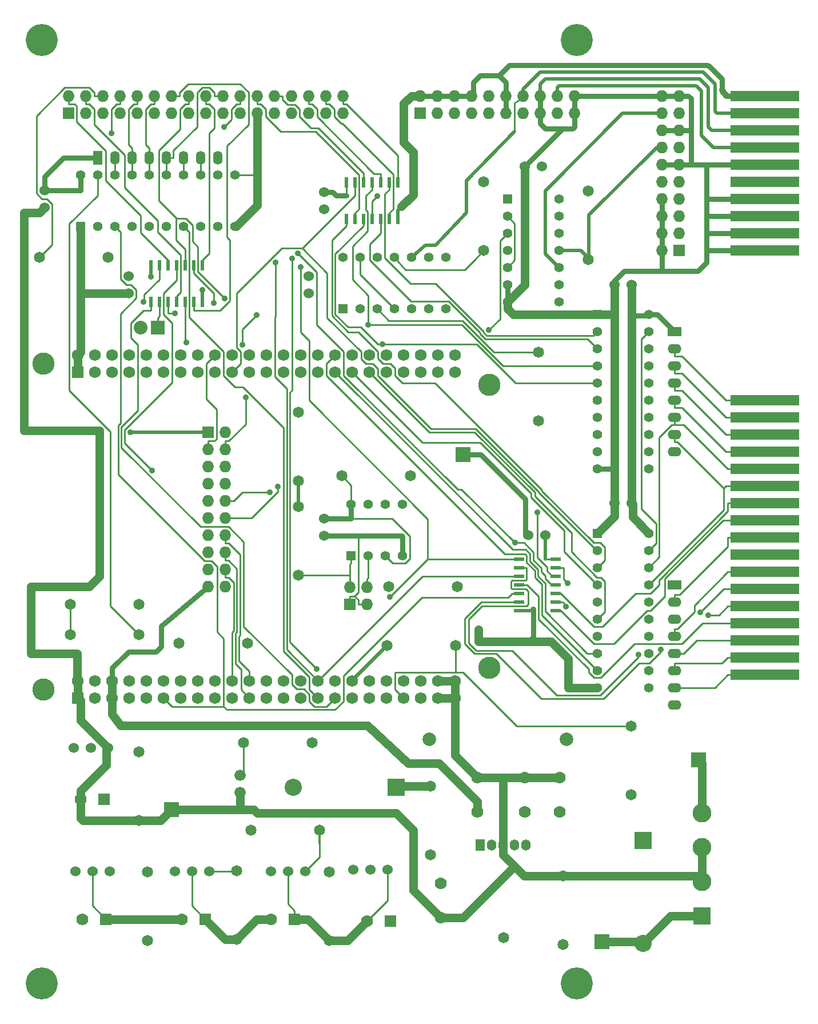
<source format=gtl>
%FSLAX34Y34*%
G04 Gerber Fmt 3.4, Leading zero omitted, Abs format*
G04 (created by PCBNEW (2014-02-12 BZR 4693)-product) date Sun 08 Jun 2014 08:36:32 PM EDT*
%MOIN*%
G01*
G70*
G90*
G04 APERTURE LIST*
%ADD10C,0.006000*%
%ADD11O,0.054000X0.065000*%
%ADD12R,0.054000X0.065000*%
%ADD13C,0.065000*%
%ADD14C,0.130000*%
%ADD15R,0.068000X0.068000*%
%ADD16C,0.068000*%
%ADD17R,0.400000X0.060000*%
%ADD18C,0.078700*%
%ADD19C,0.100000*%
%ADD20R,0.100000X0.100000*%
%ADD21R,0.080000X0.080000*%
%ADD22O,0.080000X0.080000*%
%ADD23O,0.068000X0.068000*%
%ADD24R,0.055000X0.055000*%
%ADD25C,0.055000*%
%ADD26C,0.187000*%
%ADD27R,0.070000X0.070000*%
%ADD28C,0.070000*%
%ADD29C,0.066000*%
%ADD30R,0.088000X0.088000*%
%ADD31R,0.055000X0.080000*%
%ADD32O,0.055000X0.080000*%
%ADD33R,0.080000X0.055000*%
%ADD34O,0.080000X0.055000*%
%ADD35C,0.110000*%
%ADD36C,0.060000*%
%ADD37R,0.023622X0.059055*%
%ADD38R,0.059055X0.023622*%
%ADD39C,0.035000*%
%ADD40C,0.020000*%
%ADD41C,0.030000*%
%ADD42C,0.010000*%
%ADD43C,0.050000*%
%ADD44C,0.009000*%
G04 APERTURE END LIST*
G54D10*
G54D11*
X76340Y-54180D03*
X75670Y-54180D03*
X75000Y-54180D03*
X74330Y-54180D03*
G54D12*
X73660Y-54180D03*
G54D13*
X75030Y-59580D03*
G54D14*
X74200Y-43850D03*
X48200Y-45100D03*
X48200Y-26100D03*
X74200Y-27350D03*
G54D15*
X50200Y-45600D03*
G54D16*
X50200Y-44600D03*
X51200Y-45600D03*
X51200Y-44600D03*
X52200Y-45600D03*
X52200Y-44600D03*
X53200Y-45600D03*
X53200Y-44600D03*
X54200Y-45600D03*
X54200Y-44600D03*
X55200Y-45600D03*
X55200Y-44600D03*
X56200Y-45600D03*
X56200Y-44600D03*
X57200Y-45600D03*
X57200Y-44600D03*
X58200Y-45600D03*
X58200Y-44600D03*
X59200Y-45600D03*
X59200Y-44600D03*
X60200Y-45600D03*
X60200Y-44600D03*
X61200Y-45600D03*
X61200Y-44600D03*
X62200Y-45600D03*
X62200Y-44600D03*
X63200Y-45600D03*
X63200Y-44600D03*
X64200Y-45600D03*
X64200Y-44600D03*
X65200Y-45600D03*
X65200Y-44600D03*
X66200Y-45600D03*
X66200Y-44600D03*
X67200Y-45600D03*
X67200Y-44600D03*
X68200Y-45600D03*
X68200Y-44600D03*
X69200Y-45600D03*
X69200Y-44600D03*
X70200Y-45600D03*
X70200Y-44600D03*
X71200Y-45600D03*
X71200Y-44600D03*
X72200Y-45600D03*
X72200Y-44600D03*
G54D15*
X50200Y-26600D03*
G54D16*
X50200Y-25600D03*
X51200Y-26600D03*
X51200Y-25600D03*
X52200Y-26600D03*
X52200Y-25600D03*
X53200Y-26600D03*
X53200Y-25600D03*
X54200Y-26600D03*
X54200Y-25600D03*
X55200Y-26600D03*
X55200Y-25600D03*
X56200Y-26600D03*
X56200Y-25600D03*
X57200Y-26600D03*
X57200Y-25600D03*
X58200Y-26600D03*
X58200Y-25600D03*
X59200Y-26600D03*
X59200Y-25600D03*
X60200Y-26600D03*
X60200Y-25600D03*
X61200Y-26600D03*
X61200Y-25600D03*
X62200Y-26600D03*
X62200Y-25600D03*
X63200Y-26600D03*
X63200Y-25600D03*
X64200Y-26600D03*
X64200Y-25600D03*
X65200Y-26600D03*
X65200Y-25600D03*
X66200Y-26600D03*
X66200Y-25600D03*
X67200Y-26600D03*
X67200Y-25600D03*
X68200Y-26600D03*
X68200Y-25600D03*
X69200Y-26600D03*
X69200Y-25600D03*
X70200Y-26600D03*
X70200Y-25600D03*
X71200Y-26600D03*
X71200Y-25600D03*
X72200Y-26600D03*
X72200Y-25600D03*
G54D17*
X90250Y-19500D03*
X90250Y-18500D03*
X90250Y-17500D03*
X90250Y-16500D03*
X90250Y-15500D03*
X90250Y-14500D03*
X90250Y-13500D03*
X90250Y-12500D03*
X90250Y-11500D03*
X90250Y-10500D03*
G54D18*
X78687Y-48000D03*
X70687Y-48000D03*
G54D19*
X83150Y-59900D03*
G54D20*
X83150Y-53900D03*
G54D19*
X62750Y-50800D03*
G54D20*
X68750Y-50800D03*
G54D21*
X54850Y-24000D03*
G54D22*
X53850Y-24000D03*
G54D15*
X66050Y-40150D03*
G54D23*
X66050Y-39150D03*
X67050Y-40150D03*
X67050Y-39150D03*
G54D24*
X80500Y-36000D03*
G54D25*
X80500Y-37000D03*
X80500Y-38000D03*
X80500Y-39000D03*
X80500Y-40000D03*
X80500Y-41000D03*
X80500Y-42000D03*
X80500Y-43000D03*
X80500Y-44000D03*
X80500Y-45000D03*
X83500Y-45000D03*
X83500Y-44000D03*
X83500Y-43000D03*
X83500Y-42000D03*
X83500Y-41000D03*
X83500Y-40000D03*
X83500Y-39000D03*
X83500Y-38000D03*
X83500Y-37000D03*
X83500Y-36000D03*
G54D24*
X80500Y-23250D03*
G54D25*
X80500Y-24250D03*
X80500Y-25250D03*
X80500Y-26250D03*
X80500Y-27250D03*
X80500Y-28250D03*
X80500Y-29250D03*
X80500Y-30250D03*
X80500Y-31250D03*
X80500Y-32250D03*
X83500Y-32250D03*
X83500Y-31250D03*
X83500Y-30250D03*
X83500Y-29250D03*
X83500Y-28250D03*
X83500Y-27250D03*
X83500Y-26250D03*
X83500Y-25250D03*
X83500Y-24250D03*
X83500Y-23250D03*
G54D24*
X65650Y-22900D03*
G54D25*
X66650Y-22900D03*
X67650Y-22900D03*
X68650Y-22900D03*
X69650Y-22900D03*
X70650Y-22900D03*
X71650Y-22900D03*
X71650Y-19900D03*
X70650Y-19900D03*
X69650Y-19900D03*
X68650Y-19900D03*
X67650Y-19900D03*
X66650Y-19900D03*
X65650Y-19900D03*
G54D24*
X50350Y-18100D03*
G54D25*
X51350Y-18100D03*
X52350Y-18100D03*
X53350Y-18100D03*
X54350Y-18100D03*
X55350Y-18100D03*
X56350Y-18100D03*
X57350Y-18100D03*
X58350Y-18100D03*
X59350Y-18100D03*
X59350Y-15100D03*
X58350Y-15100D03*
X57350Y-15100D03*
X56350Y-15100D03*
X55350Y-15100D03*
X54350Y-15100D03*
X53350Y-15100D03*
X52350Y-15100D03*
X51350Y-15100D03*
X50350Y-15100D03*
G54D24*
X66124Y-37314D03*
G54D25*
X67124Y-37314D03*
X68124Y-37314D03*
X69124Y-37314D03*
X69124Y-34314D03*
X68124Y-34314D03*
X67124Y-34314D03*
X66124Y-34314D03*
G54D24*
X75250Y-16500D03*
G54D25*
X75250Y-17500D03*
X75250Y-18500D03*
X75250Y-19500D03*
X75250Y-20500D03*
X75250Y-21500D03*
X75250Y-22500D03*
X78250Y-22500D03*
X78250Y-21500D03*
X78250Y-20500D03*
X78250Y-19500D03*
X78250Y-18500D03*
X78250Y-17500D03*
X78250Y-16500D03*
G54D15*
X57800Y-30100D03*
G54D23*
X58800Y-30100D03*
X57800Y-31100D03*
X58800Y-31100D03*
X57800Y-32100D03*
X58800Y-32100D03*
X57800Y-33100D03*
X58800Y-33100D03*
X57800Y-34100D03*
X58800Y-34100D03*
X57800Y-35100D03*
X58800Y-35100D03*
X57800Y-36100D03*
X58800Y-36100D03*
X57800Y-37100D03*
X58800Y-37100D03*
X57800Y-38100D03*
X58800Y-38100D03*
X57800Y-39100D03*
X58800Y-39100D03*
G54D15*
X85250Y-19500D03*
G54D23*
X84250Y-19500D03*
X85250Y-18500D03*
X84250Y-18500D03*
X85250Y-17500D03*
X84250Y-17500D03*
X85250Y-16500D03*
X84250Y-16500D03*
X85250Y-15500D03*
X84250Y-15500D03*
X85250Y-14500D03*
X84250Y-14500D03*
X85250Y-13500D03*
X84250Y-13500D03*
X85250Y-12500D03*
X84250Y-12500D03*
X85250Y-11500D03*
X84250Y-11500D03*
X85250Y-10500D03*
X84250Y-10500D03*
G54D15*
X70150Y-11500D03*
G54D23*
X70150Y-10500D03*
X71150Y-11500D03*
X71150Y-10500D03*
X72150Y-11500D03*
X72150Y-10500D03*
X73150Y-11500D03*
X73150Y-10500D03*
X74150Y-11500D03*
X74150Y-10500D03*
X75150Y-11500D03*
X75150Y-10500D03*
X76150Y-11500D03*
X76150Y-10500D03*
X77150Y-11500D03*
X77150Y-10500D03*
X78150Y-11500D03*
X78150Y-10500D03*
X79150Y-11500D03*
X79150Y-10500D03*
G54D26*
X48100Y-62250D03*
X79300Y-7250D03*
X79300Y-62250D03*
X48100Y-7250D03*
G54D27*
X51730Y-51500D03*
G54D28*
X50350Y-51500D03*
G54D27*
X68430Y-58600D03*
G54D28*
X67050Y-58600D03*
G54D27*
X62830Y-58500D03*
G54D28*
X61450Y-58500D03*
G54D27*
X57630Y-58500D03*
G54D28*
X56250Y-58500D03*
G54D27*
X51830Y-58500D03*
G54D28*
X50450Y-58500D03*
G54D15*
X49650Y-11500D03*
G54D23*
X49650Y-10500D03*
X50650Y-11500D03*
X50650Y-10500D03*
X51650Y-11500D03*
X51650Y-10500D03*
X52650Y-11500D03*
X52650Y-10500D03*
X53650Y-11500D03*
X53650Y-10500D03*
X54650Y-11500D03*
X54650Y-10500D03*
X55650Y-11500D03*
X55650Y-10500D03*
X56650Y-11500D03*
X56650Y-10500D03*
X57650Y-11500D03*
X57650Y-10500D03*
X58650Y-11500D03*
X58650Y-10500D03*
X59650Y-11500D03*
X59650Y-10500D03*
X60650Y-11500D03*
X60650Y-10500D03*
X61650Y-11500D03*
X61650Y-10500D03*
X62650Y-11500D03*
X62650Y-10500D03*
X63650Y-11500D03*
X63650Y-10500D03*
X64650Y-11500D03*
X64650Y-10500D03*
X65650Y-11500D03*
X65650Y-10500D03*
G54D29*
X59650Y-50100D03*
X59650Y-51100D03*
G54D17*
X90250Y-44250D03*
X90250Y-43250D03*
X90250Y-42250D03*
X90250Y-41250D03*
X90250Y-40250D03*
X90250Y-39250D03*
X90250Y-38250D03*
X90250Y-37250D03*
X90250Y-36250D03*
X90250Y-35250D03*
X90250Y-34250D03*
X90250Y-33250D03*
X90250Y-32250D03*
X90250Y-31250D03*
X90250Y-30250D03*
X90250Y-29250D03*
X90250Y-28250D03*
G54D30*
X72650Y-31400D03*
X55650Y-52100D03*
X80750Y-59800D03*
X86400Y-49200D03*
G54D31*
X51350Y-14100D03*
G54D32*
X52350Y-14100D03*
X53350Y-14100D03*
X54350Y-14100D03*
X55350Y-14100D03*
X56350Y-14100D03*
X57350Y-14100D03*
X58350Y-14100D03*
G54D33*
X85000Y-24250D03*
G54D34*
X85000Y-25250D03*
X85000Y-26250D03*
X85000Y-27250D03*
X85000Y-28250D03*
X85000Y-29250D03*
X85000Y-30250D03*
X85000Y-31250D03*
G54D33*
X85000Y-39000D03*
G54D34*
X85000Y-40000D03*
X85000Y-41000D03*
X85000Y-42000D03*
X85000Y-43000D03*
X85000Y-44000D03*
X85000Y-45000D03*
X85000Y-46000D03*
G54D20*
X86600Y-58300D03*
G54D35*
X86600Y-56300D03*
X86600Y-54300D03*
X86600Y-52300D03*
G54D13*
X56081Y-42400D03*
X60081Y-42400D03*
X77050Y-25431D03*
X77050Y-29431D03*
X53769Y-40150D03*
X49769Y-40150D03*
X73850Y-19519D03*
X73850Y-15519D03*
X53769Y-41900D03*
X49769Y-41900D03*
X51969Y-19900D03*
X47969Y-19900D03*
X64850Y-55731D03*
X64850Y-59731D03*
X60281Y-53300D03*
X64281Y-53300D03*
X59450Y-59669D03*
X59450Y-55669D03*
X54250Y-55731D03*
X54250Y-59731D03*
X53750Y-48731D03*
X53750Y-52731D03*
X63869Y-48200D03*
X59869Y-48200D03*
X82450Y-47231D03*
X82450Y-51231D03*
X72219Y-42550D03*
X68219Y-42550D03*
X63050Y-34431D03*
X63050Y-38431D03*
X72319Y-39100D03*
X68319Y-39100D03*
X78500Y-59969D03*
X78500Y-55969D03*
X65581Y-32650D03*
X69581Y-32650D03*
X63050Y-28931D03*
X63050Y-32931D03*
X79950Y-16031D03*
X79950Y-20031D03*
X70750Y-50731D03*
X70750Y-54731D03*
G54D36*
X63650Y-21000D03*
X63650Y-22000D03*
X64550Y-16100D03*
X64550Y-17100D03*
X82500Y-34250D03*
X81500Y-34250D03*
X77450Y-36100D03*
X76450Y-36100D03*
X77250Y-14600D03*
X76250Y-14600D03*
X53150Y-21000D03*
X53150Y-22000D03*
X48250Y-16000D03*
X48250Y-17000D03*
X64550Y-35150D03*
X64550Y-36150D03*
X82500Y-21500D03*
X81500Y-21500D03*
X50950Y-48500D03*
X51950Y-48500D03*
X49950Y-48500D03*
X51050Y-55700D03*
X52050Y-55700D03*
X50050Y-55700D03*
X56850Y-55700D03*
X57850Y-55700D03*
X55850Y-55700D03*
X62450Y-55700D03*
X63450Y-55700D03*
X61450Y-55700D03*
X67250Y-55600D03*
X68250Y-55600D03*
X66250Y-55600D03*
G54D37*
X65850Y-17662D03*
X66350Y-17662D03*
X66850Y-17662D03*
X67350Y-17662D03*
X67850Y-17662D03*
X68350Y-17662D03*
X68850Y-17662D03*
X68850Y-15537D03*
X68350Y-15537D03*
X67850Y-15537D03*
X67350Y-15537D03*
X66850Y-15537D03*
X66350Y-15537D03*
X65850Y-15537D03*
G54D38*
X75937Y-37500D03*
X75937Y-38000D03*
X75937Y-38500D03*
X75937Y-39000D03*
X75937Y-39500D03*
X75937Y-40000D03*
X75937Y-40500D03*
X78062Y-40500D03*
X78062Y-40000D03*
X78062Y-39500D03*
X78062Y-39000D03*
X78062Y-38500D03*
X78062Y-38000D03*
X78062Y-37500D03*
G54D37*
X54450Y-22512D03*
X54950Y-22512D03*
X55450Y-22512D03*
X55950Y-22512D03*
X56450Y-22512D03*
X56950Y-22512D03*
X57450Y-22512D03*
X57450Y-20387D03*
X56950Y-20387D03*
X56450Y-20387D03*
X55950Y-20387D03*
X55450Y-20387D03*
X54950Y-20387D03*
X54450Y-20387D03*
G54D28*
X71350Y-56400D03*
X71350Y-58400D03*
X78300Y-52250D03*
X78300Y-50250D03*
X76250Y-52250D03*
X76250Y-50250D03*
X73500Y-52250D03*
X73500Y-50250D03*
G54D39*
X54472Y-21054D03*
X53250Y-30100D03*
X61389Y-33595D03*
X61872Y-33267D03*
X59982Y-28067D03*
X56521Y-24888D03*
X58125Y-22586D03*
X55850Y-23170D03*
X54020Y-22520D03*
X78650Y-40280D03*
X64144Y-43909D03*
X62685Y-19990D03*
X75690Y-36545D03*
X63030Y-19684D03*
X54538Y-32337D03*
X61722Y-20203D03*
X67959Y-24977D03*
X67143Y-23847D03*
X78780Y-38910D03*
X63191Y-20464D03*
X68386Y-39702D03*
X69060Y-16950D03*
X73550Y-42300D03*
X73550Y-41600D03*
X76750Y-40450D03*
X57450Y-21800D03*
X87750Y-10150D03*
X59807Y-25011D03*
X60642Y-23263D03*
X76987Y-34786D03*
X84187Y-42778D03*
X86964Y-40760D03*
X82897Y-43068D03*
X86500Y-40600D03*
X58719Y-12301D03*
X67650Y-16330D03*
X52150Y-12689D03*
X58752Y-22300D03*
X74169Y-24153D03*
G54D40*
X54450Y-20387D02*
X54450Y-21032D01*
X54450Y-21032D02*
X54472Y-21054D01*
G54D41*
X84000Y-23250D02*
X83500Y-23250D01*
X85000Y-24250D02*
X84000Y-23250D01*
G54D42*
X78000Y-37500D02*
X77450Y-37500D01*
G54D40*
X77450Y-37500D02*
X77450Y-36100D01*
G54D41*
X48250Y-15200D02*
X48250Y-16000D01*
X49350Y-14100D02*
X48250Y-15200D01*
X51350Y-14100D02*
X49350Y-14100D01*
G54D42*
X65850Y-15600D02*
X65850Y-16300D01*
G54D41*
X65050Y-16100D02*
X64550Y-16100D01*
X65250Y-16300D02*
X65050Y-16100D01*
X65850Y-16300D02*
X65250Y-16300D01*
G54D40*
X57800Y-30100D02*
X53250Y-30100D01*
G54D41*
X83450Y-23300D02*
X83500Y-23250D01*
X82500Y-23300D02*
X83450Y-23300D01*
X50350Y-16000D02*
X50350Y-15100D01*
X48250Y-16000D02*
X50350Y-16000D01*
G54D43*
X82550Y-35050D02*
X83500Y-36000D01*
X82550Y-34300D02*
X82550Y-35050D01*
G54D41*
X82500Y-34250D02*
X82550Y-34300D01*
G54D40*
X63050Y-32930D02*
X63050Y-34430D01*
G54D42*
X66124Y-33193D02*
X66124Y-34314D01*
X65581Y-32650D02*
X66124Y-33193D01*
G54D41*
X66100Y-35150D02*
X66111Y-35138D01*
X64550Y-35150D02*
X66100Y-35150D01*
X66124Y-35126D02*
X66124Y-34314D01*
X66111Y-35138D02*
X66124Y-35126D01*
G54D42*
X68550Y-37741D02*
X68124Y-37314D01*
X69300Y-37741D02*
X68550Y-37741D01*
X69562Y-37479D02*
X69300Y-37741D01*
X69562Y-36183D02*
X69562Y-37479D01*
X68516Y-35138D02*
X69562Y-36183D01*
X66111Y-35138D02*
X68516Y-35138D01*
G54D43*
X82500Y-21500D02*
X82500Y-23300D01*
X82500Y-23300D02*
X82500Y-34250D01*
G54D44*
X65580Y-32650D02*
X65581Y-32650D01*
G54D42*
X49768Y-41900D02*
X49768Y-40587D01*
X49768Y-40587D02*
X49768Y-40150D01*
G54D44*
X49769Y-40587D02*
X49769Y-40150D01*
X49768Y-40587D02*
X49769Y-40587D01*
X49769Y-41900D02*
X49768Y-41900D01*
X66650Y-20900D02*
X68650Y-22900D01*
X66650Y-19900D02*
X66650Y-20900D01*
G54D43*
X52200Y-46550D02*
X52200Y-45600D01*
X52700Y-47200D02*
X52200Y-46550D01*
X67100Y-47200D02*
X52700Y-47200D01*
X69450Y-49400D02*
X67100Y-47200D01*
X71250Y-49400D02*
X69450Y-49400D01*
X73500Y-51650D02*
X71250Y-49400D01*
X73500Y-52250D02*
X73500Y-51650D01*
X52200Y-45600D02*
X52200Y-44600D01*
G54D41*
X55050Y-41400D02*
X57800Y-39100D01*
X55050Y-42600D02*
X55050Y-41400D01*
X54750Y-42900D02*
X55050Y-42600D01*
X53150Y-42900D02*
X54750Y-42900D01*
X52200Y-43850D02*
X53150Y-42900D01*
X52200Y-44600D02*
X52200Y-43850D01*
G54D44*
X68350Y-15600D02*
X68350Y-15970D01*
X80275Y-24474D02*
X80500Y-24250D01*
X74036Y-24474D02*
X80275Y-24474D01*
X73849Y-24286D02*
X74036Y-24474D01*
X73849Y-24224D02*
X73849Y-24286D01*
X71074Y-21450D02*
X73849Y-24224D01*
X69605Y-21450D02*
X71074Y-21450D01*
X68104Y-19949D02*
X69605Y-21450D01*
X68104Y-16215D02*
X68104Y-19949D01*
X68350Y-15970D02*
X68104Y-16215D01*
X58800Y-36100D02*
X58800Y-36585D01*
X60200Y-44049D02*
X60200Y-44600D01*
X59595Y-43444D02*
X60200Y-44049D01*
X59595Y-42001D02*
X59595Y-43444D01*
X59666Y-41929D02*
X59595Y-42001D01*
X59666Y-37250D02*
X59666Y-41929D01*
X59001Y-36585D02*
X59666Y-37250D01*
X58800Y-36585D02*
X59001Y-36585D01*
X58800Y-37100D02*
X58800Y-37585D01*
X59714Y-45114D02*
X60200Y-45600D01*
X59714Y-43927D02*
X59714Y-45114D01*
X59405Y-43617D02*
X59714Y-43927D01*
X59405Y-41827D02*
X59405Y-43617D01*
X59476Y-41756D02*
X59405Y-41827D01*
X59476Y-38060D02*
X59476Y-41756D01*
X59001Y-37585D02*
X59476Y-38060D01*
X58800Y-37585D02*
X59001Y-37585D01*
X58800Y-34100D02*
X59285Y-34100D01*
X61389Y-33595D02*
X61389Y-33595D01*
X59789Y-33595D02*
X61389Y-33595D01*
X59285Y-34100D02*
X59789Y-33595D01*
X61872Y-33572D02*
X61872Y-33267D01*
X60344Y-35100D02*
X61872Y-33572D01*
X58800Y-35100D02*
X60344Y-35100D01*
X58800Y-31100D02*
X58800Y-30614D01*
X59982Y-29632D02*
X59982Y-28067D01*
X59001Y-30614D02*
X59982Y-29632D01*
X58800Y-30614D02*
X59001Y-30614D01*
X58178Y-30614D02*
X57800Y-30614D01*
X58285Y-30508D02*
X58178Y-30614D01*
X58285Y-28771D02*
X58285Y-30508D01*
X57700Y-28186D02*
X58285Y-28771D01*
X57700Y-26100D02*
X57700Y-28186D01*
X58200Y-25600D02*
X57700Y-26100D01*
X57800Y-31100D02*
X57800Y-30614D01*
X56450Y-24816D02*
X56521Y-24888D01*
X56450Y-22550D02*
X56450Y-24816D01*
X70694Y-30094D02*
X67200Y-26600D01*
X73330Y-30094D02*
X70694Y-30094D01*
X76850Y-33615D02*
X73330Y-30094D01*
X76850Y-33847D02*
X76850Y-33615D01*
X78985Y-35982D02*
X76850Y-33847D01*
X78985Y-37079D02*
X78985Y-35982D01*
X80473Y-38567D02*
X78985Y-37079D01*
X80688Y-38567D02*
X80473Y-38567D01*
X80932Y-38812D02*
X80688Y-38567D01*
X80932Y-40567D02*
X80932Y-38812D01*
X80500Y-41000D02*
X80932Y-40567D01*
X56950Y-20847D02*
X56950Y-20450D01*
X58125Y-22022D02*
X56950Y-20847D01*
X58125Y-22586D02*
X58125Y-22022D01*
X78560Y-37060D02*
X80500Y-39000D01*
X78560Y-35825D02*
X78560Y-37060D01*
X76630Y-33895D02*
X78560Y-35825D01*
X76630Y-33684D02*
X76630Y-33895D01*
X73652Y-30706D02*
X76630Y-33684D01*
X70306Y-30706D02*
X73652Y-30706D01*
X66200Y-26600D02*
X70306Y-30706D01*
X76580Y-37644D02*
X76580Y-37210D01*
X65200Y-26600D02*
X75547Y-36947D01*
X75547Y-36947D02*
X76280Y-36950D01*
X76580Y-37644D02*
X77038Y-38102D01*
X77038Y-38102D02*
X77038Y-38494D01*
X77038Y-38494D02*
X77456Y-38912D01*
X77456Y-38912D02*
X77456Y-40548D01*
X77456Y-40548D02*
X79907Y-43000D01*
X79907Y-43000D02*
X80500Y-43000D01*
X76320Y-36950D02*
X76280Y-36950D01*
X76580Y-37210D02*
X76320Y-36950D01*
X55450Y-22600D02*
X55450Y-23170D01*
X55851Y-23171D02*
X55850Y-23170D01*
X55450Y-23170D02*
X55851Y-23171D01*
X54071Y-22075D02*
X54950Y-21197D01*
X54950Y-20450D02*
X54950Y-21197D01*
X54071Y-22468D02*
X54071Y-22075D01*
X54020Y-22520D02*
X54071Y-22468D01*
X77264Y-40764D02*
X80500Y-44000D01*
X77264Y-38989D02*
X77264Y-40764D01*
X76848Y-38573D02*
X77264Y-38989D01*
X76848Y-38180D02*
X76848Y-38573D01*
X76380Y-37713D02*
X76848Y-38180D01*
X76380Y-37294D02*
X76380Y-37713D01*
X76303Y-37217D02*
X76380Y-37294D01*
X75110Y-37217D02*
X76303Y-37217D01*
X64700Y-26807D02*
X75110Y-37217D01*
X64700Y-26099D02*
X64700Y-26807D01*
X65200Y-25600D02*
X64700Y-26099D01*
X78062Y-40000D02*
X78480Y-40000D01*
X78650Y-40170D02*
X78650Y-40280D01*
X78480Y-40000D02*
X78650Y-40170D01*
X62685Y-27665D02*
X62685Y-19990D01*
X62577Y-27773D02*
X62685Y-27665D01*
X62577Y-42343D02*
X62577Y-27773D01*
X64144Y-43909D02*
X62577Y-42343D01*
X75689Y-36545D02*
X75689Y-36552D01*
X75690Y-36545D02*
X75689Y-36545D01*
X77464Y-38625D02*
X77464Y-38468D01*
X77839Y-39000D02*
X77464Y-38625D01*
X78000Y-39000D02*
X77839Y-39000D01*
X76778Y-37095D02*
X76240Y-36557D01*
X76240Y-36557D02*
X75689Y-36552D01*
X76778Y-37572D02*
X76778Y-37095D01*
X77228Y-38023D02*
X76778Y-37572D01*
X77228Y-38232D02*
X77228Y-38023D01*
X77464Y-38468D02*
X77228Y-38232D01*
X64114Y-20768D02*
X63030Y-19684D01*
X64114Y-23826D02*
X64114Y-20768D01*
X65700Y-25412D02*
X64114Y-23826D01*
X65700Y-26791D02*
X65700Y-25412D01*
X72349Y-33440D02*
X65700Y-26791D01*
X72558Y-33440D02*
X72349Y-33440D01*
X75689Y-36552D02*
X75682Y-36552D01*
X75682Y-36552D02*
X72558Y-33440D01*
X55950Y-21245D02*
X55950Y-20450D01*
X55200Y-21994D02*
X55950Y-21245D01*
X55200Y-23257D02*
X55200Y-21994D01*
X55691Y-23747D02*
X55200Y-23257D01*
X55691Y-27205D02*
X55691Y-23747D01*
X52929Y-29966D02*
X55691Y-27205D01*
X52929Y-30729D02*
X52929Y-29966D01*
X54538Y-32337D02*
X52929Y-30729D01*
X70300Y-38500D02*
X75900Y-38500D01*
X64200Y-44600D02*
X70300Y-38500D01*
X61722Y-23363D02*
X61722Y-20203D01*
X61700Y-23386D02*
X61722Y-23363D01*
X61700Y-26880D02*
X61700Y-23386D01*
X62387Y-27567D02*
X61700Y-26880D01*
X62387Y-42787D02*
X62387Y-27567D01*
X64200Y-44600D02*
X62387Y-42787D01*
X66350Y-16296D02*
X63282Y-19364D01*
X66350Y-15600D02*
X66350Y-16296D01*
X59700Y-26100D02*
X59200Y-26600D01*
X59700Y-25413D02*
X59700Y-26100D01*
X59464Y-25177D02*
X59700Y-25413D01*
X59464Y-22002D02*
X59464Y-25177D01*
X62102Y-19364D02*
X59464Y-22002D01*
X63282Y-19364D02*
X62102Y-19364D01*
X64745Y-20828D02*
X63282Y-19364D01*
X64745Y-23446D02*
X64745Y-20828D01*
X66714Y-25415D02*
X64745Y-23446D01*
X66714Y-25829D02*
X66714Y-25415D01*
X66985Y-26100D02*
X66714Y-25829D01*
X67397Y-26100D02*
X66985Y-26100D01*
X67700Y-26402D02*
X67397Y-26100D01*
X67700Y-26795D02*
X67700Y-26402D01*
X70808Y-29904D02*
X67700Y-26795D01*
X73413Y-29904D02*
X70808Y-29904D01*
X77077Y-33568D02*
X73413Y-29904D01*
X77077Y-33606D02*
X77077Y-33568D01*
X80471Y-37000D02*
X77077Y-33606D01*
X80500Y-37000D02*
X80471Y-37000D01*
X66850Y-17700D02*
X66850Y-18070D01*
X65212Y-19707D02*
X66850Y-18070D01*
X65212Y-23235D02*
X65212Y-19707D01*
X65953Y-23977D02*
X65212Y-23235D01*
X66685Y-23977D02*
X65953Y-23977D01*
X67686Y-24977D02*
X66685Y-23977D01*
X67959Y-24977D02*
X67686Y-24977D01*
X75737Y-27250D02*
X80500Y-27250D01*
X73465Y-24977D02*
X75737Y-27250D01*
X67959Y-24977D02*
X73465Y-24977D01*
X67013Y-16306D02*
X67013Y-17153D01*
X67350Y-15970D02*
X67013Y-16306D01*
X67104Y-18386D02*
X66223Y-19266D01*
X66223Y-19266D02*
X66223Y-21216D01*
X66223Y-21216D02*
X67143Y-22136D01*
X67143Y-23847D02*
X67143Y-22136D01*
X67350Y-15970D02*
X67350Y-15600D01*
X67104Y-17244D02*
X67104Y-18386D01*
X67013Y-17153D02*
X67104Y-17244D01*
X75006Y-26250D02*
X80500Y-26250D01*
X72603Y-23847D02*
X75006Y-26250D01*
X67143Y-23847D02*
X72603Y-23847D01*
X79914Y-24664D02*
X80500Y-25250D01*
X73958Y-24664D02*
X79914Y-24664D01*
X73659Y-24365D02*
X73958Y-24664D01*
X73659Y-24303D02*
X73659Y-24365D01*
X71835Y-22479D02*
X73659Y-24303D01*
X69634Y-22479D02*
X71835Y-22479D01*
X67223Y-20069D02*
X69634Y-22479D01*
X67223Y-19148D02*
X67223Y-20069D01*
X67850Y-18522D02*
X67223Y-19148D01*
X67850Y-17700D02*
X67850Y-18522D01*
X78536Y-38660D02*
X78536Y-38666D01*
X78536Y-38666D02*
X78780Y-38910D01*
X78536Y-38000D02*
X78536Y-38660D01*
X78536Y-38000D02*
X78000Y-38000D01*
X56702Y-18452D02*
X56350Y-18100D01*
X56702Y-23394D02*
X56702Y-18452D01*
X58700Y-25391D02*
X56702Y-23394D01*
X58700Y-26793D02*
X58700Y-25391D01*
X59374Y-27468D02*
X58700Y-26793D01*
X59836Y-27468D02*
X59374Y-27468D01*
X62197Y-29829D02*
X59836Y-27468D01*
X62197Y-42866D02*
X62197Y-29829D01*
X63700Y-44368D02*
X62197Y-42866D01*
X63700Y-45100D02*
X63700Y-44368D01*
X64200Y-45600D02*
X63700Y-45100D01*
X65850Y-17700D02*
X65850Y-18070D01*
X65022Y-18897D02*
X65850Y-18070D01*
X65022Y-23316D02*
X65022Y-18897D01*
X65967Y-24262D02*
X65022Y-23316D01*
X66560Y-24262D02*
X65967Y-24262D01*
X67700Y-25401D02*
X66560Y-24262D01*
X67700Y-25797D02*
X67700Y-25401D01*
X68002Y-26100D02*
X67700Y-25797D01*
X68414Y-26100D02*
X68002Y-26100D01*
X68685Y-26370D02*
X68414Y-26100D01*
X68685Y-26794D02*
X68685Y-26370D01*
X69141Y-27251D02*
X68685Y-26794D01*
X71031Y-27251D02*
X69141Y-27251D01*
X77268Y-33487D02*
X71031Y-27251D01*
X77268Y-33525D02*
X77268Y-33487D01*
X80285Y-36542D02*
X77268Y-33525D01*
X80664Y-36542D02*
X80285Y-36542D01*
X80926Y-36804D02*
X80664Y-36542D01*
X80926Y-37573D02*
X80926Y-36804D01*
X80500Y-38000D02*
X80926Y-37573D01*
X75900Y-39500D02*
X75529Y-39500D01*
X55691Y-46091D02*
X58700Y-46091D01*
X55200Y-45600D02*
X55691Y-46091D01*
X58892Y-46283D02*
X58700Y-46091D01*
X65212Y-46283D02*
X58892Y-46283D01*
X65700Y-45795D02*
X65212Y-46283D01*
X65700Y-44306D02*
X65700Y-45795D01*
X70261Y-39745D02*
X65700Y-44306D01*
X75284Y-39745D02*
X70261Y-39745D01*
X75529Y-39500D02*
X75284Y-39745D01*
X58700Y-42126D02*
X58700Y-46091D01*
X58314Y-41741D02*
X58700Y-42126D01*
X58314Y-37925D02*
X58314Y-41741D01*
X57989Y-37600D02*
X58314Y-37925D01*
X57587Y-37600D02*
X57989Y-37600D01*
X52549Y-32562D02*
X57587Y-37600D01*
X52549Y-29717D02*
X52549Y-32562D01*
X52700Y-29567D02*
X52549Y-29717D01*
X52700Y-23192D02*
X52700Y-29567D01*
X53604Y-22287D02*
X52700Y-23192D01*
X53604Y-21820D02*
X53604Y-22287D01*
X53284Y-21500D02*
X53604Y-21820D01*
X53017Y-21500D02*
X53284Y-21500D01*
X52685Y-21167D02*
X53017Y-21500D01*
X52685Y-18435D02*
X52685Y-21167D01*
X52350Y-18100D02*
X52685Y-18435D01*
X70589Y-35159D02*
X70589Y-37500D01*
X63686Y-28256D02*
X70589Y-35159D01*
X63686Y-24766D02*
X63686Y-28256D01*
X63191Y-24271D02*
X63686Y-24766D01*
X63191Y-20464D02*
X63191Y-24271D01*
X70589Y-37500D02*
X75900Y-37500D01*
X68386Y-39702D02*
X70589Y-37500D01*
X54450Y-22550D02*
X54450Y-23020D01*
X64706Y-46093D02*
X65200Y-45600D01*
X63982Y-46093D02*
X64706Y-46093D01*
X63700Y-45810D02*
X63982Y-46093D01*
X63700Y-45391D02*
X63700Y-45810D01*
X63393Y-45085D02*
X63700Y-45391D01*
X62970Y-45085D02*
X63393Y-45085D01*
X62700Y-44814D02*
X62970Y-45085D01*
X62700Y-44250D02*
X62700Y-44814D01*
X59880Y-41430D02*
X62700Y-44250D01*
X59880Y-36493D02*
X59880Y-41430D01*
X58986Y-35600D02*
X59880Y-36493D01*
X57347Y-35600D02*
X58986Y-35600D01*
X52739Y-30991D02*
X57347Y-35600D01*
X52739Y-29796D02*
X52739Y-30991D01*
X53694Y-28841D02*
X52739Y-29796D01*
X53694Y-24992D02*
X53694Y-28841D01*
X53301Y-24600D02*
X53694Y-24992D01*
X53301Y-23737D02*
X53301Y-24600D01*
X54018Y-23020D02*
X53301Y-23737D01*
X54450Y-23020D02*
X54018Y-23020D01*
X83920Y-36579D02*
X83500Y-37000D01*
X83920Y-35430D02*
X83920Y-36579D01*
X83065Y-34575D02*
X83920Y-35430D01*
X83065Y-24684D02*
X83065Y-34575D01*
X83500Y-24250D02*
X83065Y-24684D01*
X74456Y-25430D02*
X77050Y-25430D01*
X72621Y-23596D02*
X74456Y-25430D01*
X68346Y-23596D02*
X72621Y-23596D01*
X67650Y-22900D02*
X68346Y-23596D01*
X51350Y-16316D02*
X51350Y-15100D01*
X49708Y-17957D02*
X51350Y-16316D01*
X49708Y-27684D02*
X49708Y-17957D01*
X52103Y-30078D02*
X49708Y-27684D01*
X52103Y-40234D02*
X52103Y-30078D01*
X53769Y-41900D02*
X52103Y-40234D01*
G54D40*
X66200Y-44600D02*
X66200Y-44569D01*
X66200Y-44569D02*
X68219Y-42550D01*
G54D44*
X59350Y-15100D02*
X60650Y-15095D01*
G54D41*
X59350Y-18100D02*
X59428Y-18100D01*
G54D43*
X60650Y-16878D02*
X60650Y-15095D01*
X59428Y-18100D02*
X60650Y-16878D01*
X60650Y-15095D02*
X60650Y-11500D01*
X70150Y-10500D02*
X69660Y-10500D01*
X69750Y-16260D02*
X69060Y-16950D01*
X69750Y-13760D02*
X69750Y-16260D01*
X69210Y-13220D02*
X69750Y-13760D01*
X69210Y-10950D02*
X69210Y-13220D01*
X69660Y-10500D02*
X69210Y-10950D01*
G54D40*
X68850Y-17662D02*
X68850Y-17160D01*
X68850Y-17160D02*
X69060Y-16950D01*
G54D41*
X76750Y-40450D02*
X76750Y-42036D01*
X76750Y-42036D02*
X76486Y-42300D01*
G54D43*
X76250Y-50250D02*
X78300Y-50250D01*
X73550Y-41600D02*
X73550Y-42300D01*
X78800Y-43300D02*
X77800Y-42300D01*
X77800Y-42300D02*
X76486Y-42300D01*
X80500Y-45000D02*
X78800Y-45000D01*
X78800Y-45000D02*
X78800Y-43300D01*
X76486Y-42300D02*
X73550Y-42300D01*
G54D40*
X76700Y-40500D02*
X76750Y-40450D01*
X75900Y-40500D02*
X76700Y-40500D01*
X57450Y-22550D02*
X57450Y-21800D01*
G54D41*
X81450Y-21300D02*
X82050Y-20700D01*
X81450Y-21450D02*
X81450Y-21300D01*
X81500Y-21500D02*
X81450Y-21450D01*
G54D42*
X84150Y-20700D02*
X84250Y-20600D01*
G54D41*
X82050Y-20700D02*
X84150Y-20700D01*
X86350Y-20700D02*
X84350Y-20700D01*
X86850Y-20200D02*
X86350Y-20700D01*
X86850Y-19500D02*
X86850Y-20200D01*
X84350Y-20700D02*
X84250Y-20600D01*
X86850Y-19500D02*
X86850Y-18500D01*
X86850Y-17500D02*
X86850Y-18500D01*
X86850Y-16500D02*
X86850Y-17500D01*
X86850Y-14500D02*
X86850Y-16500D01*
X76281Y-34000D02*
X74531Y-32250D01*
X76281Y-35931D02*
X76281Y-34000D01*
X76450Y-36100D02*
X76281Y-35931D01*
G54D43*
X47950Y-17300D02*
X48250Y-17000D01*
X47050Y-17300D02*
X47950Y-17300D01*
X47050Y-30000D02*
X47050Y-17300D01*
X51450Y-30000D02*
X47050Y-30000D01*
X51450Y-38500D02*
X51450Y-30000D01*
X50850Y-39100D02*
X51450Y-38500D01*
X47450Y-39100D02*
X50850Y-39100D01*
X47450Y-43000D02*
X47450Y-39100D01*
X50150Y-43000D02*
X47450Y-43000D01*
X50150Y-44550D02*
X50150Y-43000D01*
X50200Y-44600D02*
X50150Y-44550D01*
X53150Y-22000D02*
X50350Y-22000D01*
G54D41*
X90250Y-10500D02*
X88100Y-10500D01*
G54D40*
X77150Y-9800D02*
X77150Y-10500D01*
X77450Y-9500D02*
X77150Y-9800D01*
X86450Y-9500D02*
X77450Y-9500D01*
X86950Y-10000D02*
X86450Y-9500D01*
X86950Y-12300D02*
X86950Y-10000D01*
X87150Y-12500D02*
X86950Y-12300D01*
X90250Y-12500D02*
X87150Y-12500D01*
G54D41*
X77450Y-12400D02*
X78450Y-12400D01*
X77150Y-12100D02*
X77450Y-12400D01*
X77150Y-11500D02*
X77150Y-12100D01*
X79150Y-10500D02*
X84250Y-10500D01*
X84250Y-20600D02*
X84250Y-19500D01*
X88100Y-10500D02*
X87750Y-10150D01*
X85250Y-12500D02*
X85950Y-12500D01*
X90250Y-19500D02*
X86850Y-19500D01*
X84250Y-14500D02*
X85250Y-14500D01*
X84250Y-12500D02*
X85250Y-12500D01*
X84250Y-10500D02*
X85250Y-10500D01*
X90250Y-17500D02*
X86850Y-17500D01*
X80500Y-32250D02*
X81500Y-32250D01*
X75250Y-21500D02*
X75250Y-22500D01*
G54D43*
X76250Y-21500D02*
X75250Y-22500D01*
X76250Y-14600D02*
X76250Y-21500D01*
G54D41*
X79150Y-11500D02*
X79150Y-10500D01*
G54D43*
X72650Y-58400D02*
X75650Y-55400D01*
X71350Y-58400D02*
X72650Y-58400D01*
X72200Y-45600D02*
X71200Y-45600D01*
X76250Y-50250D02*
X75000Y-50250D01*
X86600Y-54300D02*
X86600Y-56300D01*
X50200Y-44600D02*
X50200Y-45600D01*
X81500Y-35000D02*
X80500Y-36000D01*
X81500Y-34250D02*
X81500Y-35000D01*
G54D41*
X86850Y-14500D02*
X90250Y-14500D01*
X77150Y-11500D02*
X77150Y-10500D01*
X73650Y-9300D02*
X74750Y-9300D01*
X73250Y-9700D02*
X73650Y-9300D01*
X73250Y-10400D02*
X73250Y-9700D01*
X73150Y-10500D02*
X73250Y-10400D01*
G54D43*
X75250Y-22900D02*
X75250Y-22500D01*
X75600Y-23250D02*
X75250Y-22900D01*
X80500Y-23250D02*
X75600Y-23250D01*
X80500Y-23250D02*
X81500Y-23250D01*
X55650Y-52100D02*
X59650Y-52100D01*
G54D41*
X75150Y-9700D02*
X75150Y-10500D01*
X74750Y-9300D02*
X75150Y-9700D01*
X75150Y-10500D02*
X75150Y-11500D01*
X72150Y-10500D02*
X73150Y-10500D01*
G54D43*
X75000Y-50250D02*
X73500Y-50250D01*
X72200Y-48950D02*
X72200Y-45600D01*
X73500Y-50250D02*
X72200Y-48950D01*
G54D42*
X51950Y-48500D02*
X51850Y-48500D01*
G54D43*
X51850Y-48400D02*
X51850Y-48500D01*
X50350Y-46900D02*
X51850Y-48400D01*
X50350Y-45750D02*
X50350Y-46900D01*
X50200Y-45600D02*
X50350Y-45750D01*
X50350Y-51000D02*
X50350Y-51500D01*
X51850Y-49500D02*
X50350Y-51000D01*
X51850Y-48500D02*
X51850Y-49500D01*
G54D41*
X64550Y-36150D02*
X66553Y-36150D01*
X69124Y-36173D02*
X69124Y-37314D01*
X69100Y-36150D02*
X69124Y-36173D01*
X66553Y-36150D02*
X69100Y-36150D01*
X86850Y-16500D02*
X90250Y-16500D01*
X86850Y-18500D02*
X90250Y-18500D01*
G54D42*
X66559Y-40150D02*
X67050Y-40150D01*
X66559Y-39882D02*
X66559Y-40150D01*
X66337Y-39659D02*
X66559Y-39882D01*
X66050Y-39659D02*
X66337Y-39659D01*
X66050Y-40150D02*
X66050Y-39659D01*
X66553Y-39443D02*
X66553Y-36150D01*
X66337Y-39659D02*
X66553Y-39443D01*
G54D41*
X75350Y-8700D02*
X74750Y-9300D01*
X86900Y-8700D02*
X75350Y-8700D01*
X86950Y-8750D02*
X86900Y-8700D01*
X87000Y-8750D02*
X86950Y-8750D01*
X87750Y-9500D02*
X87000Y-8750D01*
X87750Y-10150D02*
X87750Y-9500D01*
X87750Y-10250D02*
X87750Y-10150D01*
X88000Y-10500D02*
X87750Y-10250D01*
X88100Y-10500D02*
X88000Y-10500D01*
G54D43*
X59650Y-51100D02*
X59650Y-52100D01*
X69750Y-56800D02*
X71350Y-58400D01*
X69750Y-53300D02*
X69750Y-56800D01*
X68750Y-52300D02*
X69750Y-53300D01*
X60650Y-52300D02*
X68750Y-52300D01*
X60450Y-52100D02*
X60650Y-52300D01*
X59650Y-52100D02*
X60450Y-52100D01*
G54D41*
X71150Y-10500D02*
X72150Y-10500D01*
G54D43*
X72200Y-45600D02*
X72200Y-44600D01*
X72200Y-44600D02*
X71200Y-44600D01*
X81500Y-21500D02*
X81500Y-23250D01*
X75000Y-54750D02*
X75000Y-54180D01*
X75650Y-55400D02*
X75000Y-54750D01*
X75000Y-54180D02*
X75000Y-50250D01*
X81500Y-23250D02*
X81500Y-32250D01*
X81500Y-32250D02*
X81500Y-34250D01*
G54D41*
X84250Y-17500D02*
X84250Y-16500D01*
X86850Y-14500D02*
X85950Y-14500D01*
X85950Y-14500D02*
X85250Y-14500D01*
X85950Y-10650D02*
X85950Y-12500D01*
X85800Y-10500D02*
X85950Y-10650D01*
X85250Y-10500D02*
X85800Y-10500D01*
X85950Y-12500D02*
X85950Y-14500D01*
X79050Y-12400D02*
X78450Y-12400D01*
X79150Y-12300D02*
X79050Y-12400D01*
X79150Y-11500D02*
X79150Y-12300D01*
X78450Y-12400D02*
X76250Y-14600D01*
G54D43*
X50200Y-26600D02*
X50200Y-25600D01*
X50350Y-25450D02*
X50350Y-22000D01*
X50200Y-25600D02*
X50350Y-25450D01*
X50350Y-22000D02*
X50350Y-18100D01*
G54D41*
X84150Y-20700D02*
X84350Y-20700D01*
X84250Y-19500D02*
X84250Y-18500D01*
X84250Y-18500D02*
X84250Y-17500D01*
G54D43*
X76218Y-55968D02*
X75650Y-55400D01*
X78500Y-55968D02*
X76218Y-55968D01*
X86268Y-55968D02*
X78500Y-55968D01*
X86600Y-56300D02*
X86268Y-55968D01*
G54D44*
X78500Y-55968D02*
X78500Y-55969D01*
G54D43*
X50481Y-52731D02*
X53749Y-52731D01*
X50350Y-52600D02*
X50481Y-52731D01*
X50350Y-51500D02*
X50350Y-52600D01*
X55018Y-52731D02*
X55650Y-52100D01*
X53749Y-52731D02*
X55018Y-52731D01*
G54D44*
X53749Y-52731D02*
X53750Y-52730D01*
G54D41*
X74531Y-32250D02*
X74530Y-32249D01*
X73681Y-31400D02*
X72650Y-31400D01*
X74530Y-32249D02*
X73681Y-31400D01*
G54D44*
X74530Y-32249D02*
X74530Y-32250D01*
G54D41*
X70150Y-10500D02*
X71150Y-10500D01*
G54D44*
X58800Y-38100D02*
X58800Y-38585D01*
X59200Y-41763D02*
X59200Y-44600D01*
X59285Y-41678D02*
X59200Y-41763D01*
X59285Y-38868D02*
X59285Y-41678D01*
X59002Y-38585D02*
X59285Y-38868D01*
X58800Y-38585D02*
X59002Y-38585D01*
X75679Y-17929D02*
X75250Y-17500D01*
X75679Y-20070D02*
X75679Y-17929D01*
X75250Y-20500D02*
X75679Y-20070D01*
X59807Y-24098D02*
X60642Y-23263D01*
X59807Y-25011D02*
X59807Y-24098D01*
G54D42*
X62450Y-57619D02*
X62450Y-55700D01*
X62829Y-58000D02*
X62450Y-57619D01*
X62829Y-58500D02*
X62829Y-58000D01*
X68250Y-57400D02*
X68250Y-55600D01*
X67050Y-58600D02*
X68250Y-57400D01*
G54D43*
X62829Y-58500D02*
X62830Y-58500D01*
X64850Y-59731D02*
X64850Y-59731D01*
X63618Y-58500D02*
X64850Y-59731D01*
X62830Y-58500D02*
X63618Y-58500D01*
X65918Y-59731D02*
X67050Y-58600D01*
X64850Y-59731D02*
X65918Y-59731D01*
G54D44*
X64850Y-59731D02*
X64850Y-59730D01*
G54D42*
X56850Y-57720D02*
X57629Y-58500D01*
X56850Y-55700D02*
X56850Y-57720D01*
G54D43*
X57630Y-58500D02*
X57629Y-58500D01*
G54D44*
X57630Y-58500D02*
X57630Y-58500D01*
G54D43*
X58798Y-59668D02*
X57630Y-58500D01*
X59450Y-59668D02*
X58798Y-59668D01*
X60618Y-58500D02*
X59450Y-59668D01*
X61450Y-58500D02*
X60618Y-58500D01*
G54D44*
X59450Y-59668D02*
X59450Y-59669D01*
G54D42*
X64281Y-54868D02*
X64281Y-54084D01*
X63450Y-55700D02*
X64281Y-54868D01*
X64281Y-54084D02*
X64281Y-53300D01*
G54D44*
X64280Y-54084D02*
X64280Y-53300D01*
X64281Y-54084D02*
X64280Y-54084D01*
G54D42*
X51050Y-57720D02*
X51829Y-58500D01*
X51050Y-55700D02*
X51050Y-57720D01*
G54D43*
X56250Y-58500D02*
X51830Y-58500D01*
X51830Y-58500D02*
X51829Y-58500D01*
G54D42*
X59418Y-55700D02*
X59434Y-55684D01*
X57850Y-55700D02*
X59418Y-55700D01*
X59434Y-55684D02*
X59450Y-55668D01*
G54D44*
X59434Y-55684D02*
X59450Y-55669D01*
X59434Y-55684D02*
X59434Y-55684D01*
G54D43*
X83250Y-59800D02*
X83050Y-59800D01*
X84750Y-58300D02*
X83250Y-59800D01*
X86600Y-58300D02*
X84750Y-58300D01*
X83050Y-59800D02*
X80750Y-59800D01*
G54D44*
X83050Y-59800D02*
X83150Y-59900D01*
G54D43*
X68818Y-50731D02*
X68750Y-50800D01*
X70750Y-50731D02*
X68818Y-50731D01*
G54D44*
X70750Y-50730D02*
X70750Y-50731D01*
X59869Y-49880D02*
X59869Y-48200D01*
X59650Y-50100D02*
X59869Y-49880D01*
X77883Y-38500D02*
X77579Y-38196D01*
X77579Y-38196D02*
X77579Y-37985D01*
X77579Y-37985D02*
X76987Y-37393D01*
X76987Y-37393D02*
X76987Y-34786D01*
X78000Y-38500D02*
X77883Y-38500D01*
G54D40*
X78150Y-10000D02*
X78150Y-10500D01*
X78250Y-9900D02*
X78150Y-10000D01*
X86250Y-9900D02*
X78250Y-9900D01*
X86550Y-10200D02*
X86250Y-9900D01*
X86550Y-12800D02*
X86550Y-10200D01*
X87250Y-13500D02*
X86550Y-12800D01*
X90250Y-13500D02*
X87250Y-13500D01*
G54D42*
X69300Y-20650D02*
X68650Y-19900D01*
X72750Y-20650D02*
X69300Y-20650D01*
X73132Y-20290D02*
X72750Y-20650D01*
X73350Y-20050D02*
X73132Y-20290D01*
X73850Y-19519D02*
X73350Y-20050D01*
G54D40*
X76150Y-10100D02*
X76150Y-10500D01*
X77150Y-9100D02*
X76150Y-10100D01*
X86650Y-9100D02*
X77150Y-9100D01*
X87350Y-9800D02*
X86650Y-9100D01*
X87350Y-11400D02*
X87350Y-9800D01*
X87450Y-11500D02*
X87350Y-11400D01*
X90250Y-11500D02*
X87450Y-11500D01*
G54D42*
X75650Y-10900D02*
X75675Y-12575D01*
X76150Y-10600D02*
X75650Y-10900D01*
X76150Y-10500D02*
X76150Y-10600D01*
G54D40*
X70450Y-19200D02*
X69650Y-19900D01*
X71050Y-19200D02*
X70450Y-19200D01*
X72850Y-17300D02*
X71050Y-19200D01*
X72850Y-15450D02*
X72850Y-17300D01*
X75675Y-12575D02*
X72850Y-15450D01*
G54D44*
X90250Y-40250D02*
X88104Y-40250D01*
X87594Y-40760D02*
X86964Y-40760D01*
X88104Y-40250D02*
X87594Y-40760D01*
X75900Y-40000D02*
X73734Y-40000D01*
X72750Y-40984D02*
X73734Y-40000D01*
X72750Y-42450D02*
X72750Y-40984D01*
X73320Y-43020D02*
X72750Y-42450D01*
X74611Y-43020D02*
X73320Y-43020D01*
X77217Y-45626D02*
X74611Y-43020D01*
X80878Y-45626D02*
X77217Y-45626D01*
X82924Y-43579D02*
X80878Y-45626D01*
X83524Y-43579D02*
X82924Y-43579D01*
X84187Y-42916D02*
X83524Y-43579D01*
X84187Y-42778D02*
X84187Y-42916D01*
X76458Y-39367D02*
X76458Y-40143D01*
X75900Y-38000D02*
X76380Y-38000D01*
X82897Y-43068D02*
X82897Y-43203D01*
X82897Y-43203D02*
X80664Y-45436D01*
X80664Y-45436D02*
X78141Y-45436D01*
X78141Y-45436D02*
X75535Y-42830D01*
X75535Y-42830D02*
X73430Y-42830D01*
X73430Y-42830D02*
X73000Y-42400D01*
X73000Y-42400D02*
X73000Y-41003D01*
X73000Y-41003D02*
X73751Y-40252D01*
X76458Y-39367D02*
X76340Y-39249D01*
X76340Y-39249D02*
X75528Y-39249D01*
X75528Y-39249D02*
X75479Y-39201D01*
X75479Y-39201D02*
X75479Y-38792D01*
X75479Y-38792D02*
X75522Y-38749D01*
X75522Y-38749D02*
X76316Y-38749D01*
X76316Y-38749D02*
X76380Y-38686D01*
X76380Y-38686D02*
X76380Y-38000D01*
X87873Y-39250D02*
X90250Y-39250D01*
X87873Y-39250D02*
X86500Y-40600D01*
X76350Y-40252D02*
X73751Y-40252D01*
X76458Y-40143D02*
X76350Y-40252D01*
X86156Y-40198D02*
X88104Y-38250D01*
X86156Y-40573D02*
X86156Y-40198D01*
X85150Y-41579D02*
X86156Y-40573D01*
X85000Y-41579D02*
X85150Y-41579D01*
X85000Y-42000D02*
X85000Y-41579D01*
X90250Y-38250D02*
X88104Y-38250D01*
X88104Y-36780D02*
X88104Y-36250D01*
X85305Y-39579D02*
X88104Y-36780D01*
X85000Y-39579D02*
X85305Y-39579D01*
X85000Y-40000D02*
X85000Y-39579D01*
X90250Y-36250D02*
X88104Y-36250D01*
X87354Y-45000D02*
X88104Y-44250D01*
X85000Y-45000D02*
X87354Y-45000D01*
X90250Y-44250D02*
X88104Y-44250D01*
X80295Y-42424D02*
X78370Y-40500D01*
X81479Y-42424D02*
X80295Y-42424D01*
X83404Y-40500D02*
X81479Y-42424D01*
X83599Y-40500D02*
X83404Y-40500D01*
X84438Y-39660D02*
X83599Y-40500D01*
X84438Y-38657D02*
X84438Y-39660D01*
X87846Y-35250D02*
X84438Y-38657D01*
X90250Y-35250D02*
X87846Y-35250D01*
X78000Y-40500D02*
X78370Y-40500D01*
X90250Y-34250D02*
X88104Y-34250D01*
X78000Y-39500D02*
X78370Y-39500D01*
X80296Y-41426D02*
X78370Y-39500D01*
X80792Y-41426D02*
X80296Y-41426D01*
X82718Y-39500D02*
X80792Y-41426D01*
X83596Y-39500D02*
X82718Y-39500D01*
X84097Y-38998D02*
X83596Y-39500D01*
X84097Y-38729D02*
X84097Y-38998D01*
X88104Y-34722D02*
X84097Y-38729D01*
X88104Y-34250D02*
X88104Y-34722D01*
X85000Y-30250D02*
X85000Y-30670D01*
X85157Y-30670D02*
X87868Y-33381D01*
X85000Y-30670D02*
X85157Y-30670D01*
X88000Y-33250D02*
X87868Y-33381D01*
X90250Y-33250D02*
X88000Y-33250D01*
X87868Y-34631D02*
X83500Y-39000D01*
X87868Y-33381D02*
X87868Y-34631D01*
X85000Y-29250D02*
X85000Y-29670D01*
X85525Y-29670D02*
X85000Y-29670D01*
X88104Y-32250D02*
X85525Y-29670D01*
X90250Y-32250D02*
X88104Y-32250D01*
X84842Y-29670D02*
X85000Y-29670D01*
X84110Y-30401D02*
X84842Y-29670D01*
X84110Y-37389D02*
X84110Y-30401D01*
X83500Y-38000D02*
X84110Y-37389D01*
X85420Y-28670D02*
X85000Y-28670D01*
X88000Y-31250D02*
X85420Y-28670D01*
X90250Y-31250D02*
X88000Y-31250D01*
X85000Y-28250D02*
X85000Y-28670D01*
X85420Y-27670D02*
X85000Y-27670D01*
X88000Y-30250D02*
X85420Y-27670D01*
X90250Y-30250D02*
X88000Y-30250D01*
X85000Y-27250D02*
X85000Y-27670D01*
X85420Y-26670D02*
X85000Y-26670D01*
X88000Y-29250D02*
X85420Y-26670D01*
X90250Y-29250D02*
X88000Y-29250D01*
X85000Y-26250D02*
X85000Y-26670D01*
X85420Y-25670D02*
X85000Y-25670D01*
X88000Y-28250D02*
X85420Y-25670D01*
X90250Y-28250D02*
X88000Y-28250D01*
X85000Y-25250D02*
X85000Y-25670D01*
X87775Y-43579D02*
X85000Y-43579D01*
X88104Y-43250D02*
X87775Y-43579D01*
X85000Y-44000D02*
X85000Y-43579D01*
X90250Y-43250D02*
X88104Y-43250D01*
X85000Y-43000D02*
X85545Y-43000D01*
X86295Y-42250D02*
X90250Y-42250D01*
X85545Y-43000D02*
X86295Y-42250D01*
X75900Y-39000D02*
X76390Y-39000D01*
X90250Y-41250D02*
X86643Y-41250D01*
X85435Y-42457D02*
X86643Y-41250D01*
X82649Y-42457D02*
X85435Y-42457D01*
X80685Y-44422D02*
X82649Y-42457D01*
X80301Y-44422D02*
X80685Y-44422D01*
X79982Y-44103D02*
X80301Y-44422D01*
X79982Y-43920D02*
X79982Y-44103D01*
X77074Y-41012D02*
X79982Y-43920D01*
X77074Y-39684D02*
X77074Y-41012D01*
X76390Y-39000D02*
X77074Y-39684D01*
X57350Y-14100D02*
X57350Y-15100D01*
X53350Y-15100D02*
X53350Y-14100D01*
X53448Y-10985D02*
X53650Y-10985D01*
X53150Y-11284D02*
X53448Y-10985D01*
X53150Y-13354D02*
X53150Y-11284D01*
X53350Y-13554D02*
X53150Y-13354D01*
X53350Y-14100D02*
X53350Y-13554D01*
X53650Y-10500D02*
X53650Y-10985D01*
X54350Y-15100D02*
X54350Y-14100D01*
X54448Y-10985D02*
X54650Y-10985D01*
X54150Y-11284D02*
X54448Y-10985D01*
X54150Y-13354D02*
X54150Y-11284D01*
X54350Y-13554D02*
X54150Y-13354D01*
X54350Y-14100D02*
X54350Y-13554D01*
X54650Y-10500D02*
X54650Y-10985D01*
X56135Y-10298D02*
X56135Y-10500D01*
X56623Y-9810D02*
X56135Y-10298D01*
X59673Y-9810D02*
X56623Y-9810D01*
X60150Y-10287D02*
X59673Y-9810D01*
X60150Y-12164D02*
X60150Y-10287D01*
X58911Y-13403D02*
X60150Y-12164D01*
X58911Y-18740D02*
X58911Y-13403D01*
X59073Y-18903D02*
X58911Y-18740D01*
X59073Y-22449D02*
X59073Y-18903D01*
X58503Y-23020D02*
X59073Y-22449D01*
X56950Y-23020D02*
X58503Y-23020D01*
X56950Y-22550D02*
X56950Y-23020D01*
X55650Y-10500D02*
X56135Y-10500D01*
X57851Y-10985D02*
X57650Y-10985D01*
X58150Y-11284D02*
X57851Y-10985D01*
X58150Y-12374D02*
X58150Y-11284D01*
X57850Y-12674D02*
X58150Y-12374D01*
X57850Y-19679D02*
X57850Y-12674D01*
X57450Y-20079D02*
X57850Y-19679D01*
X57450Y-20450D02*
X57450Y-20079D01*
X57650Y-10500D02*
X57650Y-10985D01*
X50028Y-10985D02*
X49650Y-10985D01*
X50135Y-11091D02*
X50028Y-10985D01*
X50135Y-12002D02*
X50135Y-11091D01*
X51829Y-13697D02*
X50135Y-12002D01*
X51829Y-15443D02*
X51829Y-13697D01*
X53850Y-17464D02*
X51829Y-15443D01*
X53850Y-18479D02*
X53850Y-17464D01*
X55450Y-20079D02*
X53850Y-18479D01*
X55450Y-20450D02*
X55450Y-20079D01*
X49650Y-10500D02*
X49650Y-10985D01*
X58650Y-10500D02*
X58164Y-10500D01*
X55350Y-15100D02*
X55350Y-14100D01*
X58164Y-10298D02*
X58164Y-10500D01*
X57866Y-10000D02*
X58164Y-10298D01*
X57455Y-10000D02*
X57866Y-10000D01*
X57150Y-10305D02*
X57455Y-10000D01*
X57150Y-12300D02*
X57150Y-10305D01*
X55770Y-13679D02*
X57150Y-12300D01*
X55770Y-14100D02*
X55770Y-13679D01*
X55350Y-14100D02*
X55770Y-14100D01*
X56350Y-15100D02*
X56350Y-14100D01*
X59448Y-10985D02*
X59650Y-10985D01*
X59150Y-11284D02*
X59448Y-10985D01*
X59150Y-11871D02*
X59150Y-11284D01*
X58719Y-12301D02*
X59150Y-11871D01*
X59650Y-10500D02*
X59650Y-10985D01*
X62016Y-12572D02*
X64054Y-12572D01*
X60650Y-10500D02*
X60650Y-10985D01*
X66350Y-17329D02*
X66350Y-17700D01*
X66350Y-17329D02*
X66600Y-17079D01*
X62016Y-12572D02*
X61150Y-11705D01*
X61150Y-11705D02*
X61150Y-11284D01*
X61150Y-11284D02*
X60851Y-10985D01*
X60851Y-10985D02*
X60650Y-10985D01*
X66600Y-15118D02*
X66600Y-17079D01*
X64054Y-12572D02*
X66600Y-15118D01*
X62135Y-10701D02*
X62135Y-10500D01*
X62434Y-11000D02*
X62135Y-10701D01*
X62864Y-11000D02*
X62434Y-11000D01*
X63135Y-11270D02*
X62864Y-11000D01*
X63135Y-11693D02*
X63135Y-11270D01*
X63808Y-12367D02*
X63135Y-11693D01*
X64217Y-12367D02*
X63808Y-12367D01*
X66850Y-14999D02*
X64217Y-12367D01*
X66850Y-15600D02*
X66850Y-14999D01*
X61650Y-10500D02*
X62135Y-10500D01*
G54D42*
X67350Y-17130D02*
X67350Y-16630D01*
X67350Y-16630D02*
X67650Y-16330D01*
G54D44*
X67350Y-17662D02*
X67350Y-17130D01*
X63851Y-10985D02*
X63650Y-10985D01*
X64150Y-11284D02*
X63851Y-10985D01*
X64150Y-11713D02*
X64150Y-11284D01*
X67466Y-15029D02*
X64150Y-11713D01*
X67850Y-15029D02*
X67466Y-15029D01*
X67850Y-15600D02*
X67850Y-15029D01*
X63650Y-10500D02*
X63650Y-10985D01*
X68599Y-17080D02*
X68599Y-15080D01*
X65550Y-12120D02*
X65150Y-11720D01*
X65638Y-12120D02*
X65550Y-12120D01*
X68599Y-15080D02*
X65638Y-12120D01*
X64851Y-10985D02*
X64650Y-10985D01*
X64650Y-10500D02*
X64650Y-10985D01*
X65150Y-11720D02*
X65150Y-11284D01*
X65150Y-11284D02*
X64851Y-10985D01*
X68350Y-17329D02*
X68599Y-17080D01*
X68350Y-17700D02*
X68350Y-17329D01*
X65851Y-10985D02*
X65650Y-10985D01*
X68850Y-13984D02*
X65851Y-10985D01*
X68850Y-15600D02*
X68850Y-13984D01*
X65650Y-10500D02*
X65650Y-10985D01*
X50851Y-10985D02*
X50650Y-10985D01*
X51150Y-11284D02*
X50851Y-10985D01*
X51150Y-12180D02*
X51150Y-11284D01*
X52917Y-13948D02*
X51150Y-12180D01*
X52917Y-15857D02*
X52917Y-13948D01*
X54850Y-17789D02*
X52917Y-15857D01*
X54850Y-18437D02*
X54850Y-17789D01*
X56201Y-19788D02*
X54850Y-18437D01*
X56201Y-21928D02*
X56201Y-19788D01*
X55950Y-22179D02*
X56201Y-21928D01*
X55950Y-22550D02*
X55950Y-22179D01*
X50650Y-10500D02*
X50650Y-10985D01*
X48697Y-19171D02*
X47969Y-19900D01*
X48697Y-16799D02*
X48697Y-19171D01*
X48398Y-16500D02*
X48697Y-16799D01*
X48101Y-16500D02*
X48398Y-16500D01*
X47789Y-16187D02*
X48101Y-16500D01*
X47789Y-11668D02*
X47789Y-16187D01*
X49443Y-10014D02*
X47789Y-11668D01*
X50861Y-10014D02*
X49443Y-10014D01*
X51164Y-10318D02*
X50861Y-10014D01*
X51164Y-10500D02*
X51164Y-10318D01*
X51650Y-10500D02*
X51164Y-10500D01*
X52350Y-15100D02*
X52350Y-14100D01*
X52650Y-10500D02*
X52650Y-10985D01*
X52150Y-11284D02*
X52150Y-12689D01*
X52448Y-10985D02*
X52150Y-11284D01*
X52650Y-10985D02*
X52448Y-10985D01*
G54D43*
X86600Y-49400D02*
X86400Y-49200D01*
X86600Y-52300D02*
X86600Y-49400D01*
G54D44*
X79950Y-20030D02*
X80000Y-19980D01*
G54D40*
X80000Y-17450D02*
X80000Y-19980D01*
X83950Y-13500D02*
X80000Y-17450D01*
X84250Y-13500D02*
X83950Y-13500D01*
X79518Y-19500D02*
X78250Y-19500D01*
X80000Y-19980D02*
X79518Y-19500D01*
X77450Y-19700D02*
X78250Y-20500D01*
X77450Y-16050D02*
X77450Y-19700D01*
X81950Y-11500D02*
X77450Y-16050D01*
X84250Y-11500D02*
X81950Y-11500D01*
G54D44*
X54950Y-23354D02*
X54850Y-23454D01*
X54950Y-22550D02*
X54950Y-23354D01*
X54850Y-24000D02*
X54850Y-23454D01*
X66124Y-37314D02*
X66124Y-37734D01*
X63050Y-38430D02*
X66050Y-38430D01*
X66050Y-37808D02*
X66050Y-38430D01*
X66124Y-37734D02*
X66050Y-37808D01*
X66050Y-38430D02*
X66050Y-39150D01*
X67124Y-38590D02*
X67050Y-38664D01*
X67124Y-37314D02*
X67124Y-38590D01*
X67050Y-39150D02*
X67050Y-38664D01*
X56650Y-10500D02*
X56650Y-10985D01*
X56448Y-10985D02*
X56650Y-10985D01*
X56150Y-11284D02*
X56448Y-10985D01*
X56150Y-12453D02*
X56150Y-11284D01*
X54916Y-13686D02*
X56150Y-12453D01*
X54916Y-16597D02*
X54916Y-13686D01*
X55961Y-17642D02*
X54916Y-16597D01*
X55924Y-17679D02*
X55961Y-17642D01*
X55924Y-18913D02*
X55924Y-17679D01*
X56450Y-19439D02*
X55924Y-18913D01*
X56450Y-20450D02*
X56450Y-19439D01*
X56486Y-17642D02*
X55961Y-17642D01*
X56895Y-18050D02*
X56486Y-17642D01*
X56895Y-18985D02*
X56895Y-18050D01*
X57201Y-19291D02*
X56895Y-18985D01*
X57201Y-20748D02*
X57201Y-19291D01*
X58752Y-22300D02*
X57201Y-20748D01*
G54D42*
X72219Y-42550D02*
X72219Y-44095D01*
G54D44*
X75799Y-47230D02*
X82450Y-47230D01*
X72664Y-44095D02*
X75799Y-47230D01*
X68700Y-44095D02*
X72219Y-44095D01*
X72219Y-44095D02*
X72664Y-44095D01*
X68700Y-45100D02*
X68700Y-44095D01*
X69200Y-45600D02*
X68700Y-45100D01*
X74819Y-18930D02*
X75250Y-18500D01*
X74819Y-23503D02*
X74819Y-18930D01*
X74169Y-24153D02*
X74819Y-23503D01*
M02*

</source>
